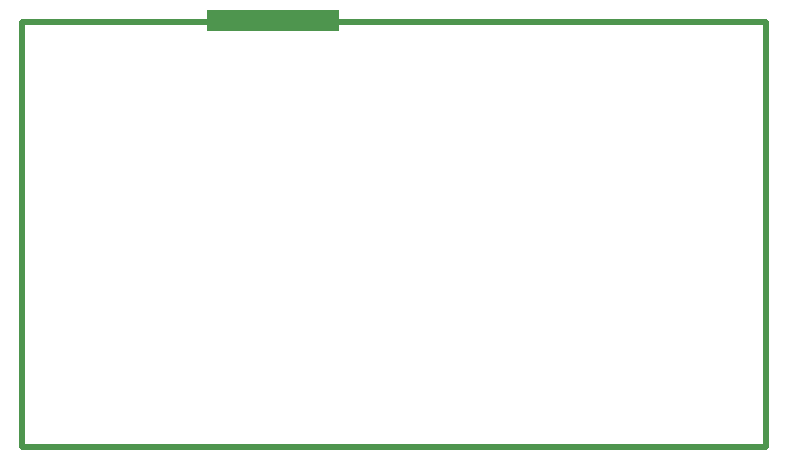
<source format=gko>
G04*
G04 #@! TF.GenerationSoftware,Altium Limited,Altium Designer,23.3.1 (30)*
G04*
G04 Layer_Color=16711935*
%FSLAX44Y44*%
%MOMM*%
G71*
G04*
G04 #@! TF.SameCoordinates,D45B20F3-F38D-42A2-87FA-560754FB767C*
G04*
G04*
G04 #@! TF.FilePolarity,Positive*
G04*
G01*
G75*
%ADD105C,0.5080*%
G36*
X-321095Y349660D02*
Y332306D01*
X-433145D01*
Y349660D01*
X-321095D01*
D02*
G37*
D105*
X40000Y-20000D02*
Y340000D01*
X-590000Y-20000D02*
X40000D01*
X-590000Y340000D02*
X40000D01*
X-590000Y-20000D02*
Y340000D01*
M02*

</source>
